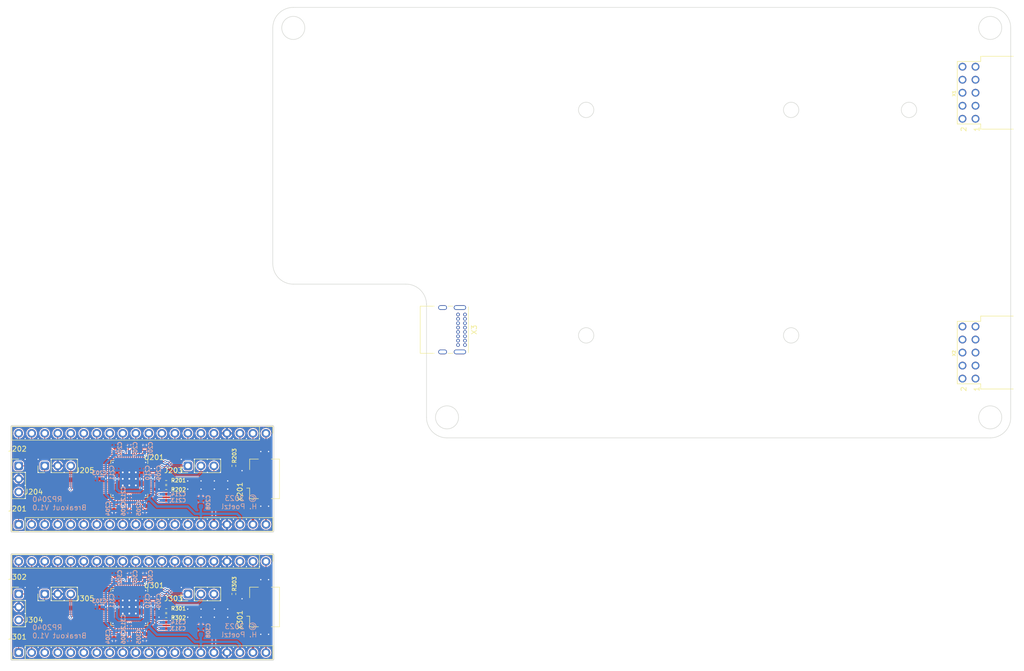
<source format=kicad_pcb>
(kicad_pcb (version 20221018) (generator pcbnew)

  (general
    (thickness 0.92424)
  )

  (paper "A4")
  (layers
    (0 "F.Cu" signal "Front")
    (31 "B.Cu" signal "Back")
    (34 "B.Paste" user)
    (35 "F.Paste" user)
    (36 "B.SilkS" user "B.Silkscreen")
    (37 "F.SilkS" user "F.Silkscreen")
    (38 "B.Mask" user)
    (39 "F.Mask" user)
    (44 "Edge.Cuts" user)
    (45 "Margin" user)
    (46 "B.CrtYd" user "B.Courtyard")
    (47 "F.CrtYd" user "F.Courtyard")
    (49 "F.Fab" user)
  )

  (setup
    (stackup
      (layer "F.SilkS" (type "Top Silk Screen"))
      (layer "F.Paste" (type "Top Solder Paste"))
      (layer "F.Mask" (type "Top Solder Mask") (thickness 0.01))
      (layer "F.Cu" (type "copper") (thickness 0.07112))
      (layer "dielectric 1" (type "core") (thickness 0.762) (material "FR4") (epsilon_r 4.5) (loss_tangent 0.02))
      (layer "B.Cu" (type "copper") (thickness 0.07112))
      (layer "B.Mask" (type "Bottom Solder Mask") (thickness 0.01))
      (layer "B.Paste" (type "Bottom Solder Paste"))
      (layer "B.SilkS" (type "Bottom Silk Screen"))
      (copper_finish "None")
      (dielectric_constraints no)
    )
    (pad_to_mask_clearance 0.0508)
    (aux_axis_origin 149.926776 93.92816)
    (grid_origin 150 93.92816)
    (pcbplotparams
      (layerselection 0x00010fc_ffffffff)
      (plot_on_all_layers_selection 0x0000000_00000000)
      (disableapertmacros false)
      (usegerberextensions false)
      (usegerberattributes true)
      (usegerberadvancedattributes true)
      (creategerberjobfile true)
      (dashed_line_dash_ratio 12.000000)
      (dashed_line_gap_ratio 3.000000)
      (svgprecision 6)
      (plotframeref false)
      (viasonmask false)
      (mode 1)
      (useauxorigin false)
      (hpglpennumber 1)
      (hpglpenspeed 20)
      (hpglpendiameter 15.000000)
      (dxfpolygonmode true)
      (dxfimperialunits true)
      (dxfusepcbnewfont true)
      (psnegative false)
      (psa4output false)
      (plotreference true)
      (plotvalue true)
      (plotinvisibletext false)
      (sketchpadsonfab false)
      (subtractmaskfromsilk false)
      (outputformat 1)
      (mirror false)
      (drillshape 1)
      (scaleselection 1)
      (outputdirectory "")
    )
  )

  (net 0 "")
  (net 1 "IOVDD")
  (net 2 "XIN")
  (net 3 "SWCLK")
  (net 4 "RUN")
  (net 5 "SWDIO")
  (net 6 "GNDD")
  (net 7 "DVDD")
  (net 8 "DM")
  (net 9 "DP")
  (net 10 "ADC_AVDD")
  (net 11 "VREG_IN")
  (net 12 "VBUS")
  (net 13 "/Peripherials/GPIO16")
  (net 14 "/Peripherials/GPIO17")
  (net 15 "/Peripherials/GPIO18")
  (net 16 "/Peripherials/GPIO19")
  (net 17 "/Peripherials/GPIO20")
  (net 18 "/Peripherials/GPIO21")
  (net 19 "/Peripherials/GPIO22")
  (net 20 "/Peripherials/GPIO23")
  (net 21 "/Peripherials/GPIO24")
  (net 22 "/Peripherials/GPIO25")
  (net 23 "/Peripherials/GPIO26")
  (net 24 "/Peripherials/GPIO27")
  (net 25 "/Peripherials/GPIO28")
  (net 26 "/Peripherials/GPIO29")
  (net 27 "/Peripherials/QSPI.SCLK")
  (net 28 "/Peripherials/QSPI.D0")
  (net 29 "/Peripherials/QSPI.SS")
  (net 30 "/Peripherials/GPIO0")
  (net 31 "/Peripherials/GPIO1")
  (net 32 "/Peripherials/GPIO2")
  (net 33 "/Peripherials/GPIO3")
  (net 34 "/Peripherials/GPIO4")
  (net 35 "/Peripherials/GPIO5")
  (net 36 "/Peripherials/GPIO6")
  (net 37 "/Peripherials/GPIO7")
  (net 38 "/Peripherials/GPIO8")
  (net 39 "/Peripherials/GPIO9")
  (net 40 "/Peripherials/GPIO10")
  (net 41 "/Peripherials/GPIO11")
  (net 42 "/Peripherials/GPIO12")
  (net 43 "/Peripherials/GPIO13")
  (net 44 "/Peripherials/GPIO14")
  (net 45 "/Peripherials/GPIO15")
  (net 46 "/Peripherials/QSPI.D1")
  (net 47 "/Peripherials/QSPI.D2")
  (net 48 "/Peripherials/QSPI.D3")
  (net 49 "Net-(U201-USB_DP)")
  (net 50 "Net-(U201-USB_DM)")
  (net 51 "Net-(X201-ID)")
  (net 52 "unconnected-(U201-XOUT-Pad21)")
  (net 53 "/Interface/GPIO16")
  (net 54 "/Interface/GPIO17")
  (net 55 "/Interface/GPIO18")
  (net 56 "/Interface/GPIO19")
  (net 57 "/Interface/GPIO20")
  (net 58 "/Interface/GPIO21")
  (net 59 "/Interface/GPIO22")
  (net 60 "/Interface/GPIO23")
  (net 61 "/Interface/GPIO24")
  (net 62 "/Interface/GPIO25")
  (net 63 "/Interface/GPIO26")
  (net 64 "/Interface/GPIO27")
  (net 65 "/Interface/GPIO28")
  (net 66 "/Interface/GPIO29")
  (net 67 "/Interface/QSPI.SCLK")
  (net 68 "/Interface/QSPI.D0")
  (net 69 "/Interface/QSPI.SS")
  (net 70 "/Interface/GPIO0")
  (net 71 "/Interface/GPIO1")
  (net 72 "/Interface/GPIO2")
  (net 73 "/Interface/GPIO3")
  (net 74 "/Interface/GPIO4")
  (net 75 "/Interface/GPIO5")
  (net 76 "/Interface/GPIO6")
  (net 77 "/Interface/GPIO7")
  (net 78 "/Interface/GPIO8")
  (net 79 "/Interface/GPIO9")
  (net 80 "/Interface/GPIO10")
  (net 81 "/Interface/GPIO11")
  (net 82 "/Interface/GPIO12")
  (net 83 "/Interface/GPIO13")
  (net 84 "/Interface/GPIO14")
  (net 85 "/Interface/GPIO15")
  (net 86 "/Interface/QSPI.D1")
  (net 87 "/Interface/QSPI.D2")
  (net 88 "/Interface/QSPI.D3")
  (net 89 "Net-(U301-USB_DP)")
  (net 90 "Net-(U301-USB_DM)")
  (net 91 "Net-(X301-ID)")
  (net 92 "unconnected-(U301-XOUT-Pad21)")
  (net 93 "unconnected-(X1-Pad1)")
  (net 94 "unconnected-(X1-Pad2)")
  (net 95 "unconnected-(X1-Pad3)")
  (net 96 "unconnected-(X1-Pad4)")
  (net 97 "unconnected-(X1-Pad5)")
  (net 98 "unconnected-(X1-Pad6)")
  (net 99 "unconnected-(X1-Pad7)")
  (net 100 "unconnected-(X1-Pad8)")
  (net 101 "unconnected-(X1-Pad9)")
  (net 102 "unconnected-(X1-Pad10)")
  (net 103 "unconnected-(X2-Pad1)")
  (net 104 "unconnected-(X2-Pad2)")
  (net 105 "unconnected-(X2-Pad3)")
  (net 106 "unconnected-(X2-Pad4)")
  (net 107 "unconnected-(X2-Pad5)")
  (net 108 "unconnected-(X2-Pad6)")
  (net 109 "unconnected-(X2-Pad7)")
  (net 110 "unconnected-(X2-Pad8)")
  (net 111 "unconnected-(X2-Pad9)")
  (net 112 "unconnected-(X2-Pad10)")
  (net 113 "Net-(X3-GND-PadA1)")
  (net 114 "Net-(X3-VBUS-PadA4)")
  (net 115 "unconnected-(X3-CC1-PadA5)")
  (net 116 "unconnected-(X3-D+-PadA6)")
  (net 117 "unconnected-(X3-D--PadA7)")
  (net 118 "unconnected-(X3-SBU1-PadA8)")
  (net 119 "unconnected-(X3-CC2-PadB5)")
  (net 120 "unconnected-(X3-D+-PadB6)")
  (net 121 "unconnected-(X3-D--PadB7)")
  (net 122 "unconnected-(X3-SBU2-PadB8)")
  (net 123 "unconnected-(X3-SHIELD-PadS1)")

  (footprint "MCU_RaspberryPi_and_Boards:RP2040-QFN-56" (layer "F.Cu") (at 50 143.92816 -90))

  (footprint "Resistor_SMD:R_0402_1005Metric" (layer "F.Cu") (at 57.2 170.62816))

  (footprint "Connector_PinHeader_2.54mm:PinHeader_1x03_P2.54mm_Vertical" (layer "F.Cu") (at 33.49 141.38816 90))

  (footprint "Resistor_SMD:R_0402_1005Metric" (layer "F.Cu") (at 57.2 144.62816))

  (footprint "Connector_PinHeader_2.54mm:PinHeader_1x20_P2.54mm_Vertical" (layer "F.Cu") (at 76.67 135.03816 -90))

  (footprint "Connector_PinHeader_2.54mm:PinHeader_1x20_P2.54mm_Vertical" (layer "F.Cu") (at 76.67 160.03816 -90))

  (footprint "Connector_PinHeader_2.54mm:PinHeader_1x20_P2.54mm_Vertical" (layer "F.Cu") (at 28.41 152.81816 90))

  (footprint "Connector_PinHeader_2.54mm:PinHeader_1x03_P2.54mm_Vertical" (layer "F.Cu") (at 61.43 141.38816 90))

  (footprint "Connector_PinHeader_2.54mm:PinHeader_1x20_P2.54mm_Vertical" (layer "F.Cu") (at 28.41 177.81816 90))

  (footprint "Resistor_SMD:R_0402_1005Metric" (layer "F.Cu") (at 70.4 166.38816 -90))

  (footprint "MCU_RaspberryPi_and_Boards:RP2040-QFN-56" (layer "F.Cu") (at 50 168.92816 -90))

  (footprint "Connector_PinHeader_2.54mm:PinHeader_1x03_P2.54mm_Vertical" (layer "F.Cu") (at 28.41 166.38816))

  (footprint "Connector_PinHeader_2.54mm:PinHeader_1x03_P2.54mm_Vertical" (layer "F.Cu") (at 33.49 166.38816 90))

  (footprint "Resistor_SMD:R_0402_1005Metric" (layer "F.Cu") (at 57.2 169.62816))

  (footprint "Connector_PinHeader_2.54mm:PinHeader_1x03_P2.54mm_Vertical" (layer "F.Cu") (at 28.41 141.38816))

  (footprint "Connector_USB:USB_C_Receptacle_GCT_USB4085" (layer "F.Cu") (at 115.5 111.85316 -90))

  (footprint "IPT1-105-01-XX-D-RA:IPT1-105-01-XX-D-RA" (layer "F.Cu") (at 223 68.57816 90))

  (footprint "Resistor_SMD:R_0402_1005Metric" (layer "F.Cu") (at 57.2 145.62816))

  (footprint "Connector_USB:USB_Micro-B_Amphenol_10104110_Horizontal" (layer "F.Cu") (at 75.146 168.92816 90))

  (footprint "IPT1-105-01-XX-D-RA:IPT1-105-01-XX-D-RA" (layer "F.Cu") (at 223 119.27816 90))

  (footprint "Resistor_SMD:R_0402_1005Metric" (layer "F.Cu") (at 70.4 141.38816 -90))

  (footprint "Connector_USB:USB_Micro-B_Amphenol_10104110_Horizontal" (layer "F.Cu") (at 75.146 143.92816 90))

  (footprint "Connector_PinHeader_2.54mm:PinHeader_1x03_P2.54mm_Vertical" (layer "F.Cu") (at 61.43 166.38816 90))

  (footprint "Capacitor_SMD:C_0402_1005Metric" (layer "B.Cu") (at 50 163.12816 90))

  (footprint "Capacitor_SMD:C_0402_1005Metric" (layer "B.Cu") (at 47.6 142.72816 90))

  (footprint "Capacitor_SMD:C_0603_1608Metric" (layer "B.Cu") (at 63.97 148.52816 90))

  (footprint "Capacitor_SMD:C_0402_1005Metric" (layer "B.Cu") (at 44.2 168.92816 180))

  (footprint "Capacitor_SMD:C_0402_1005Metric" (layer "B.Cu") (at 50 146.80816 -90))

  (footprint "Capacitor_SMD:C_0402_1005Metric" (layer "B.Cu") (at 50 174.72816 -90))

  (footprint "Capacitor_SMD:C_0402_1005Metric" (layer "B.Cu") (at 53 163.12816 90))

  (footprint "Capacitor_SMD:C_0402_1005Metric" (layer "B.Cu") (at 54.6 167.72816 90))

  (footprint "Capacitor_SMD:C_0603_1608Metric" (layer "B.Cu") (at 63.97 173.52816 90))

  (footprint "Capacitor_SMD:C_0402_1005Metric" (layer "B.Cu") (at 50 149.72816 -90))

  (footprint "Capacitor_SMD:C_0402_1005Metric" (layer "B.Cu") (at 52.4 167.72816 90))

  (footprint "Capacitor_SMD:C_0402_1005Metric" (layer "B.Cu") (at 47 163.12816 90))

  (footprint "Capacitor_SMD:C_0402_1005Metric" (layer "B.Cu") (at 57.2 146.92816))

  (footprint "Capacitor_SMD:C_0402_1005Metric" (layer "B.Cu") (at 50 171.80816 -90))

  (footprint "Capacitor_SMD:C_0402_1005Metric" (layer "B.Cu") (at 50 138.12816 90))

  (footprint "Capacitor_SMD:C_0402_1005Metric" (layer "B.Cu")
    (tstamp 91b4bb2b-71da-43bd-a397-37e3a124a6df)
    (at 47 149.72816 -90)
    (descr "Capacitor SMD 0402 (1005 Metric), square (rectangular) end terminal, IPC_7351 nominal, (Body size source: IPC-SM-782 page 76, https://www
... [783613 chars truncated]
</source>
